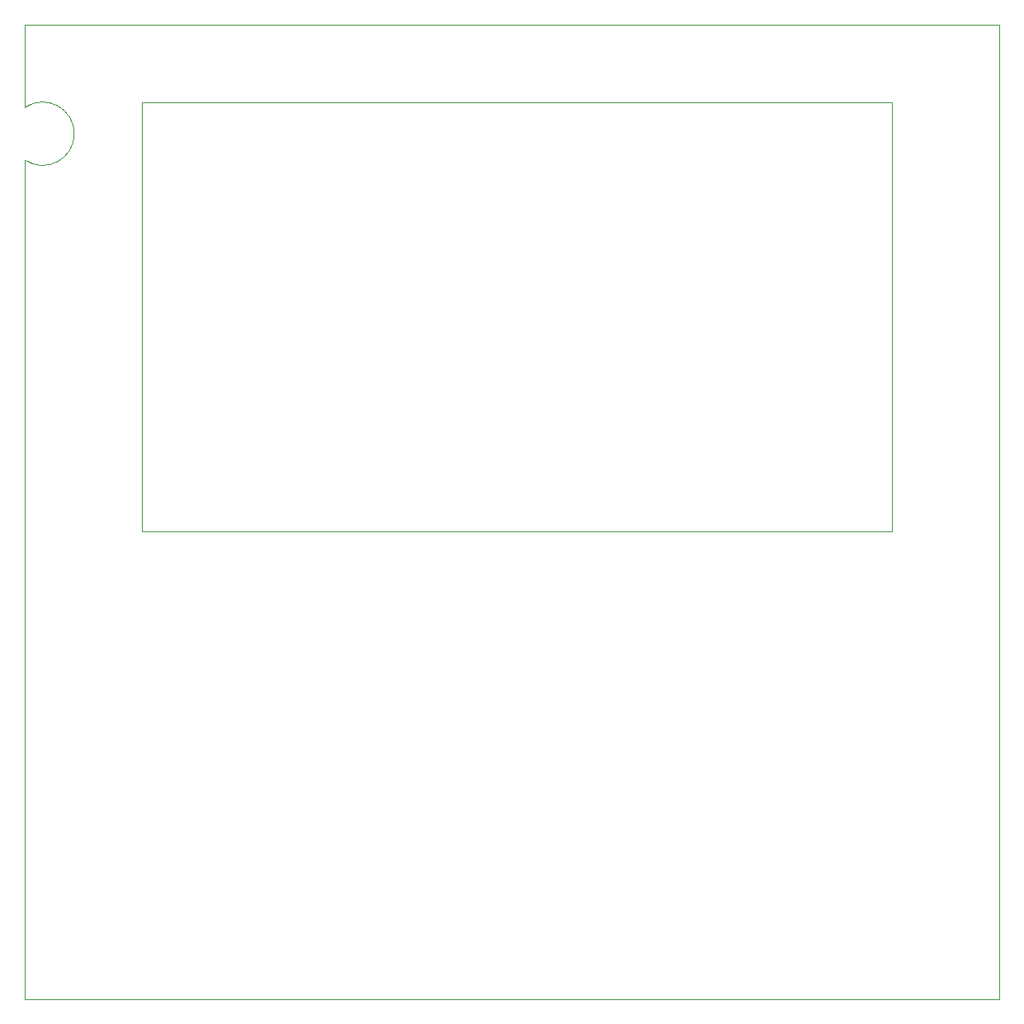
<source format=gbr>
%TF.GenerationSoftware,KiCad,Pcbnew,(6.0.8)*%
%TF.CreationDate,2023-03-03T00:49:48+05:30*%
%TF.ProjectId,STM32DryerPCB,53544d33-3244-4727-9965-725043422e6b,rev?*%
%TF.SameCoordinates,Original*%
%TF.FileFunction,Profile,NP*%
%FSLAX46Y46*%
G04 Gerber Fmt 4.6, Leading zero omitted, Abs format (unit mm)*
G04 Created by KiCad (PCBNEW (6.0.8)) date 2023-03-03 00:49:48*
%MOMM*%
%LPD*%
G01*
G04 APERTURE LIST*
%TA.AperFunction,Profile*%
%ADD10C,0.100000*%
%TD*%
G04 APERTURE END LIST*
D10*
X-191900000Y-31000000D02*
X-191900000Y-22500000D01*
X-191900000Y-36400000D02*
G75*
G03*
X-191900000Y-31000000I1817391J2700000D01*
G01*
X-91900000Y-122500000D02*
X-191900000Y-122500000D01*
X-191900000Y-122500000D02*
X-191900000Y-36400000D01*
X-91900000Y-22500000D02*
X-91900000Y-122500000D01*
X-191900000Y-22500000D02*
X-91900000Y-22500000D01*
X-179900000Y-30500000D02*
X-102900000Y-30500000D01*
X-102900000Y-30500000D02*
X-102900000Y-74500000D01*
X-102900000Y-74500000D02*
X-179900000Y-74500000D01*
X-179900000Y-74500000D02*
X-179900000Y-30500000D01*
M02*

</source>
